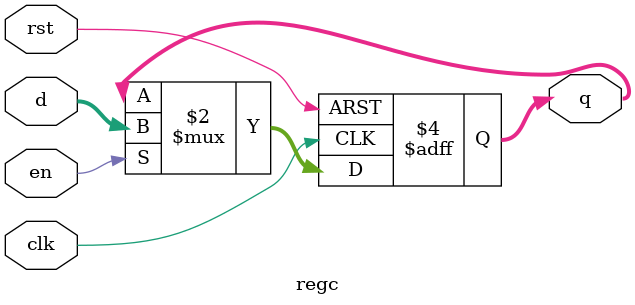
<source format=sv>
module regc (
    input  logic        clk,
    input  logic        rst,
    input  logic        en,
    input  logic [31:0] d,
    output logic [31:0] q
);
    always_ff @(posedge clk or posedge rst) begin
        if (rst)
            q <= 32'd0;
        else if (en)
            q <= d;
    end
endmodule
</source>
